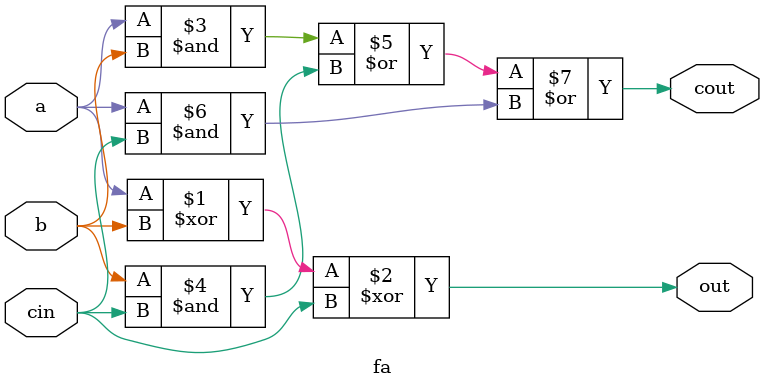
<source format=v>
`timescale 1ns / 1ps


module fa(
    input a, b, cin,
    output out, cout
    );
    
    assign out = a ^ b ^ cin;
    assign cout = (a&b) | (b&cin) | (a&cin);  
endmodule

</source>
